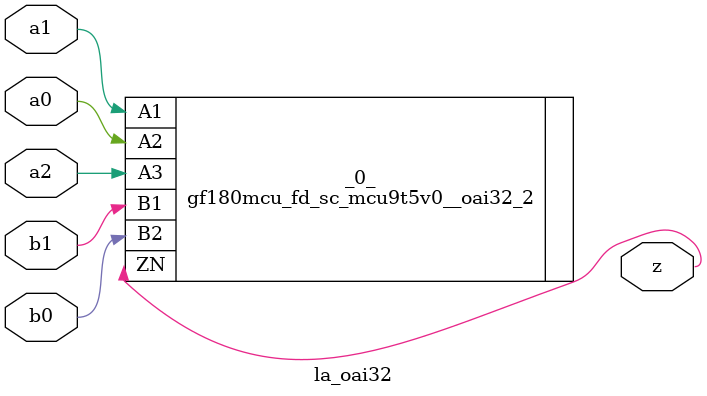
<source format=v>
/* Generated by Yosys 0.37 (git sha1 a5c7f69ed, clang 14.0.0-1ubuntu1.1 -fPIC -Os) */

module la_oai32(a0, a1, a2, b0, b1, z);
  input a0;
  wire a0;
  input a1;
  wire a1;
  input a2;
  wire a2;
  input b0;
  wire b0;
  input b1;
  wire b1;
  output z;
  wire z;
  gf180mcu_fd_sc_mcu9t5v0__oai32_2 _0_ (
    .A1(a1),
    .A2(a0),
    .A3(a2),
    .B1(b1),
    .B2(b0),
    .ZN(z)
  );
endmodule

</source>
